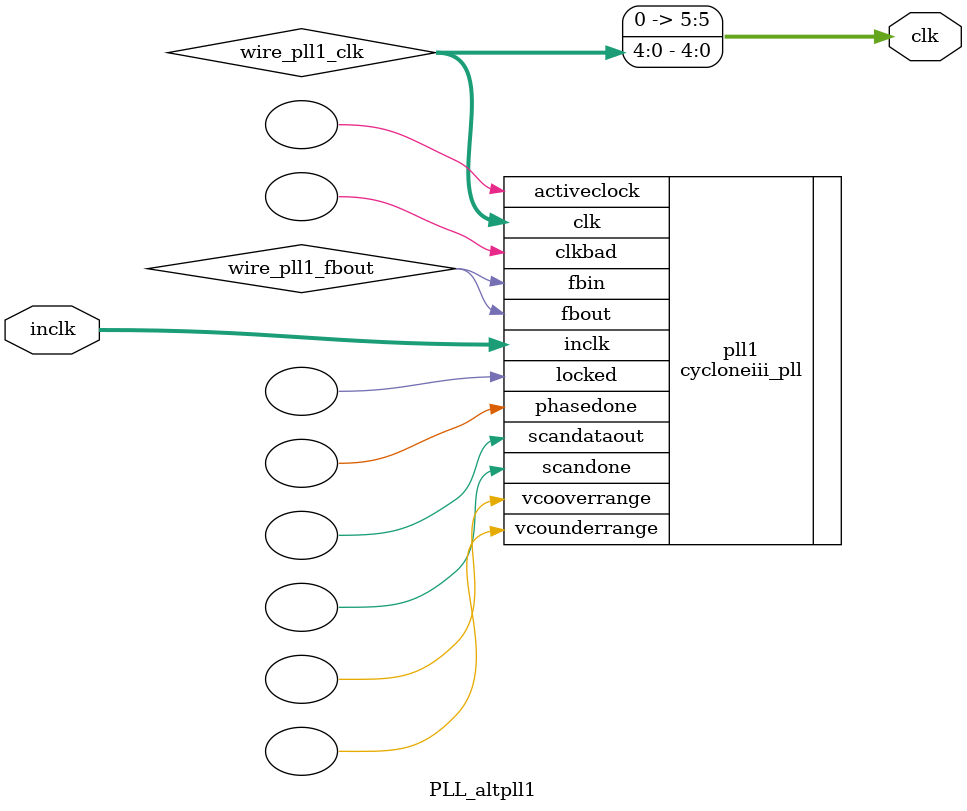
<source format=v>






//synthesis_resources = cycloneiii_pll 1 
//synopsys translate_off
`timescale 1 ps / 1 ps
//synopsys translate_on
module  PLL_altpll1
	( 
	clk,
	inclk) /* synthesis synthesis_clearbox=1 */;
	output   [5:0]  clk;
	input   [1:0]  inclk;

	wire  [4:0]   wire_pll1_clk;
	wire  wire_pll1_fbout;

	cycloneiii_pll   pll1
	( 
	.activeclock(),
	.clk(wire_pll1_clk),
	.clkbad(),
	.fbin(wire_pll1_fbout),
	.fbout(wire_pll1_fbout),
	.inclk(inclk),
	.locked(),
	.phasedone(),
	.scandataout(),
	.scandone(),
	.vcooverrange(),
	.vcounderrange()
	`ifdef FORMAL_VERIFICATION
	`else
	// synopsys translate_off
	`endif
	,
	.areset(1'b0),
	.clkswitch(1'b0),
	.configupdate(1'b0),
	.pfdena(1'b1),
	.phasecounterselect({3{1'b0}}),
	.phasestep(1'b0),
	.phaseupdown(1'b0),
	.scanclk(1'b0),
	.scanclkena(1'b1),
	.scandata(1'b0)
	`ifdef FORMAL_VERIFICATION
	`else
	// synopsys translate_on
	`endif
	);
	defparam
		pll1.clk0_divide_by = 4,
		pll1.clk0_duty_cycle = 50,
		pll1.clk0_multiply_by = 1,
		pll1.clk0_phase_shift = "0",
		pll1.clk1_divide_by = 2,
		pll1.clk1_duty_cycle = 50,
		pll1.clk1_multiply_by = 1,
		pll1.clk1_phase_shift = "0",
		pll1.clk2_divide_by = 1,
		pll1.clk2_duty_cycle = 50,
		pll1.clk2_multiply_by = 1,
		pll1.clk2_phase_shift = "0",
		pll1.compensate_clock = "clk0",
		pll1.inclk0_input_frequency = 17458,
		pll1.operation_mode = "normal",
		pll1.pll_type = "fast",
		pll1.lpm_type = "cycloneiii_pll";
	assign
		clk = {1{wire_pll1_clk}};
	initial/*synthesis enable_verilog_initial_construct*/
 	begin
		$display("Error: MGL_INTERNAL_ERROR: Port object altpll|clk of width  6 is being assigned the port altpll|stratixii_pll inst pll1|clk of width 5 which is illegal, as port widths dont match nor are multiples. CAUSE : The port widths are mismatched in the mentioned assignment. The port widths of the connected ports should match or the LHS port width should be a multiple of the RHS port width. ACTION : Check the port widths of the connected ports. Logical operation results in a port width equal to the larger of the two ports and concatenation results in a port width equal to the sum of the individual port widths. Double check for such cases.");
	end
endmodule //PLL_altpll1
//ERROR FILE

</source>
